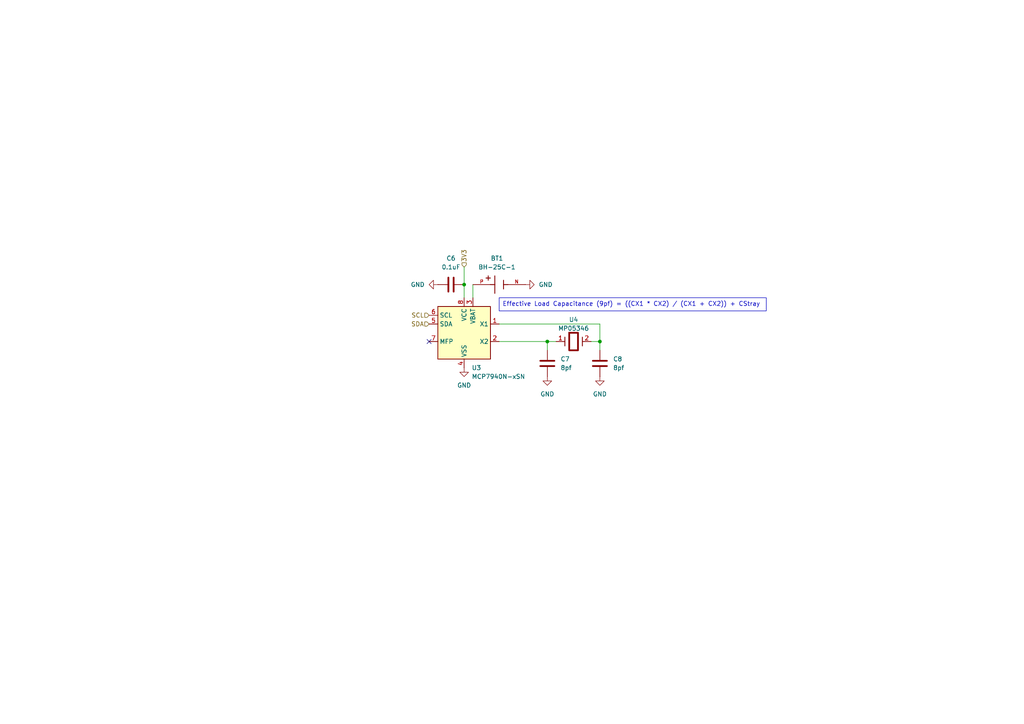
<source format=kicad_sch>
(kicad_sch (version 20231120) (generator "eeschema") (generator_version "8.0")
  (paper "A4")
  (lib_symbols
    (symbol "Battery_BH25C-1:BH-25C-1" (pin_names (offset 1.016))
      (property "Reference" "BT" (at -3.81 3.81 0))
      (property "Value" "BH-25C-1" (at -3.81 -5.08 0))
      (symbol "BH-25C-1_0_0"
        (polyline (pts (xy -3.81 1.905) (xy -2.54 1.905)) (stroke (width 0.254)))
        (polyline (pts (xy -3.175 2.54) (xy -3.175 1.27)) (stroke (width 0.254)))
        (polyline (pts (xy -1.27 0) (xy -2.54 0)) (stroke (width 0.254)))
        (polyline (pts (xy -1.27 0) (xy -1.27 -2.54)) (stroke (width 0.254)))
        (polyline (pts (xy -1.27 2.54) (xy -1.27 0)) (stroke (width 0.254)))
        (polyline (pts (xy 1.27 0) (xy 1.27 -1.27)) (stroke (width 0.254)))
        (polyline (pts (xy 1.27 0) (xy 2.54 0)) (stroke (width 0.254)))
        (polyline (pts (xy 1.27 1.27) (xy 1.27 0)) (stroke (width 0.254)))
        (pin passive line (at 7.62 0 180) (length 5.08) (name "~") (number "N"))
        (pin passive line (at -7.62 0 0) (length 5.08) (name "~") (number "P"))
      )
    )
    (symbol "Crystal-MP05346:MP05346"
      (property "Reference" "U" (at 0 5.08 0))
      (symbol "MP05346_1_1"
        (rectangle (start -1.27 2.54) (end 1.27 -2.54) (stroke (width 0.508)))
        (polyline (pts (xy -2.54 1.27) (xy -2.54 -1.27)) (stroke (width 0.254)))
        (polyline (pts (xy 2.54 1.27) (xy 2.54 -1.27)) (stroke (width 0.254)))
        (pin input line (at 5.08 0 180) (length 2.54) (name "") (number "1"))
        (pin input line (at -5.08 0 0) (length 2.54) (name "") (number "2"))
      )
    )
    (symbol "Device:C" (pin_numbers hide) (pin_names (offset 0.254))
      (property "Reference" "C" (at 0.635 2.54 0))
      (property "Value" "C" (at 0.635 -2.54 0))
      (symbol "C_0_1"
        (polyline (pts (xy -2.032 -0.762) (xy 2.032 -0.762)) (stroke (width 0.508)))
        (polyline (pts (xy -2.032 0.762) (xy 2.032 0.762)) (stroke (width 0.508)))
      )
      (symbol "C_1_1"
        (pin passive line (at 0 3.81 270) (length 2.794) (name "~") (number "1"))
        (pin passive line (at 0 -3.81 90) (length 2.794) (name "~") (number "2"))
      )
    )
    (symbol "Timer_RTC:MCP7940N-xSN"
      (property "Reference" "U" (at -6.35 8.89 0))
      (property "Value" "MCP7940N-xSN" (at 11.43 8.89 0))
      (symbol "MCP7940N-xSN_0_1"
        (rectangle (start -7.62 7.62) (end 7.62 -7.62) (stroke (width 0.254)) (fill (type background)))
      )
      (symbol "MCP7940N-xSN_1_1"
        (pin input line (at 10.16 2.54 180) (length 2.54) (name "X1") (number "1"))
        (pin output line (at 10.16 -2.54 180) (length 2.54) (name "X2") (number "2"))
        (pin power_in line (at 2.54 10.16 270) (length 2.54) (name "VBAT") (number "3"))
        (pin power_in line (at 0 -10.16 90) (length 2.54) (name "VSS") (number "4"))
        (pin bidirectional line (at -10.16 2.54 0) (length 2.54) (name "SDA") (number "5"))
        (pin input line (at -10.16 5.08 0) (length 2.54) (name "SCL") (number "6"))
        (pin open_collector line (at -10.16 -2.54 0) (length 2.54) (name "MFP") (number "7"))
        (pin power_in line (at 0 10.16 270) (length 2.54) (name "VCC") (number "8"))
      )
    )
    (symbol "power:GND" (power) (pin_numbers hide) (pin_names (offset 0) hide)
      (property "Value" "GND" (at 0 -3.81 0))
      (symbol "GND_0_1"
        (polyline (pts (xy 0 0) (xy 0 -1.27) (xy 1.27 -1.27) (xy 0 -2.54) (xy -1.27 -1.27) (xy 0 -1.27)))
      )
      (symbol "GND_1_1"
        (pin power_in line (at 0 0 270) (length 0) (name "~") (number "1"))
      )
    )
  )
  (junction (at 158.75 99.06))
  (junction (at 173.99 99.06))
  (junction (at 134.62 82.55))
  (no_connect (at 124.46 99.06))
  (wire (pts (xy 158.75 99.06) (xy 161.29 99.06)))
  (wire (pts (xy 134.62 77.47) (xy 134.62 82.55)))
  (wire (pts (xy 144.78 93.98) (xy 173.99 93.98)))
  (wire (pts (xy 144.78 99.06) (xy 158.75 99.06)))
  (wire (pts (xy 158.75 101.6) (xy 158.75 99.06)))
  (wire (pts (xy 171.45 99.06) (xy 173.99 99.06)))
  (wire (pts (xy 134.62 82.55) (xy 134.62 86.36)))
  (wire (pts (xy 173.99 99.06) (xy 173.99 101.6)))
  (wire (pts (xy 173.99 93.98) (xy 173.99 99.06)))
  (wire (pts (xy 137.16 82.55) (xy 137.16 86.36)))
  (text_box "Effective Load Capacitance (9pf) = ((CX1 * CX2) / (CX1 + CX2)) + CStray" (at 144.78 86.36 0) (size 77.47 3.81) (effects (font (size 1.27 1.27)) (justify left top)))
  (hierarchical_label "SCL" (shape input) (at 124.46 91.44 180))
  (hierarchical_label "3V3" (shape input) (at 134.62 77.47 90))
  (hierarchical_label "SDA" (shape input) (at 124.46 93.98 180))
  (symbol (lib_id "Crystal-MP05346:MP05346") (at 166.37 99.06 180) (unit 1)
    (property "Reference" "U4" (at 166.37 92.71 0))
    (property "Value" "MP05346" (at 166.37 95.25 0))
    (property "Footprint" "Crystal-MP05346:MP05346" (effects (hide yes)))
  )
  (symbol (lib_id "Battery_BH25C-1:BH-25C-1") (at 144.78 82.55 0) (unit 1)
    (property "Reference" "BT1" (at 144.145 74.93 0))
    (property "Value" "BH-25C-1" (at 144.145 77.47 0))
    (property "Footprint" "Battery_BH25C-1:BAT_BH-25C-1" (effects (hide yes)))
    (property "STANDARD" "Manufacturer Recommendations" (effects (hide yes)))
    (property "MAXIMUM_PACKAGE_HEIGHT" "8.7mm" (effects (hide yes)))
    (property "MANUFACTURER" "Adam Tech" (effects (hide yes)))
  )
  (symbol (lib_id "power:GND") (at 134.62 106.68 0) (unit 1)
    (property "Reference" "#PWR011" (effects (hide yes)))
    (property "Value" "GND" (at 134.62 111.76 0))
    (property "Description" "Power symbol creates a global label with name \"GND\" , ground" (effects (hide yes)))
  )
  (symbol (lib_id "Device:C") (at 130.81 82.55 90) (unit 1)
    (property "Reference" "C6" (at 130.81 74.93 90))
    (property "Value" "0.1uF" (at 130.81 77.47 90))
    (property "Footprint" "Capacitor_SMD:C_0603_1608Metric_Pad1.08x0.95mm_HandSolder" (effects (hide yes)))
    (property "Description" "Unpolarized capacitor" (effects (hide yes)))
  )
  (symbol (lib_id "power:GND") (at 127 82.55 270) (unit 1)
    (property "Reference" "#PWR012" (effects (hide yes)))
    (property "Value" "GND" (at 123.19 82.5499 90) (effects (justify right)))
    (property "Description" "Power symbol creates a global label with name \"GND\" , ground" (effects (hide yes)))
  )
  (symbol (lib_id "Device:C") (at 173.99 105.41 0) (unit 1)
    (property "Reference" "C8" (at 177.8 104.1399 0) (effects (justify left)))
    (property "Value" "8pf" (at 177.8 106.6799 0) (effects (justify left)))
    (property "Footprint" "Capacitor_SMD:C_0603_1608Metric_Pad1.08x0.95mm_HandSolder" (effects (hide yes)))
    (property "Description" "Unpolarized capacitor" (effects (hide yes)))
  )
  (symbol (lib_id "power:GND") (at 158.75 109.22 0) (unit 1)
    (property "Reference" "#PWR013" (effects (hide yes)))
    (property "Value" "GND" (at 158.75 114.3 0))
    (property "Description" "Power symbol creates a global label with name \"GND\" , ground" (effects (hide yes)))
  )
  (symbol (lib_id "Device:C") (at 158.75 105.41 0) (unit 1)
    (property "Reference" "C7" (at 162.56 104.1399 0) (effects (justify left)))
    (property "Value" "8pf" (at 162.56 106.6799 0) (effects (justify left)))
    (property "Footprint" "Capacitor_SMD:C_0603_1608Metric_Pad1.08x0.95mm_HandSolder" (effects (hide yes)))
    (property "Description" "Unpolarized capacitor" (effects (hide yes)))
  )
  (symbol (lib_id "power:GND") (at 152.4 82.55 90) (unit 1)
    (property "Reference" "#PWR015" (effects (hide yes)))
    (property "Value" "GND" (at 156.21 82.5499 90) (effects (justify right)))
    (property "Description" "Power symbol creates a global label with name \"GND\" , ground" (effects (hide yes)))
  )
  (symbol (lib_id "power:GND") (at 173.99 109.22 0) (unit 1)
    (property "Reference" "#PWR014" (effects (hide yes)))
    (property "Value" "GND" (at 173.99 114.3 0))
    (property "Description" "Power symbol creates a global label with name \"GND\" , ground" (effects (hide yes)))
  )
  (symbol (lib_id "Timer_RTC:MCP7940N-xSN") (at 134.62 96.52 0) (unit 1)
    (property "Reference" "U3" (at 136.8141 106.68 0) (effects (justify left)))
    (property "Value" "MCP7940N-xSN" (at 136.8141 109.22 0) (effects (justify left)))
    (property "Footprint" "Package_SO:SOIC-8_3.9x4.9mm_P1.27mm" (effects (hide yes)))
    (property "Datasheet" "http://ww1.microchip.com/downloads/en/DeviceDoc/20005010F.pdf" (effects (hide yes)))
    (property "Description" "Real-Time Clock, I2C, Battery Backup, SOIC-8" (effects (hide yes)))
  )
)
</source>
